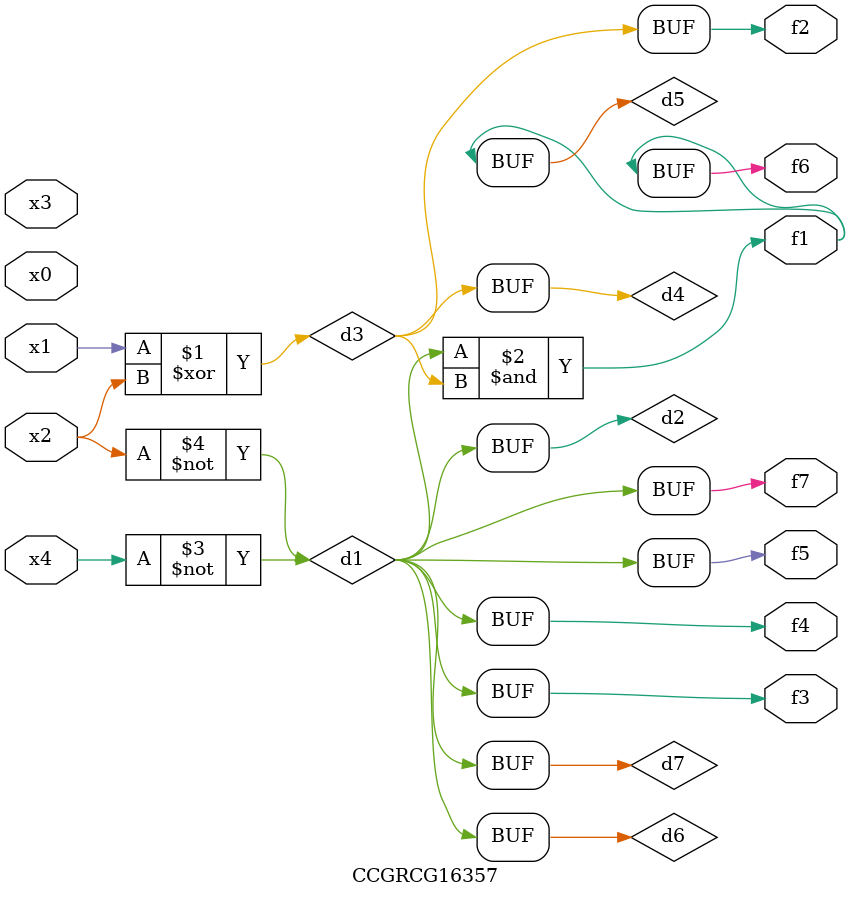
<source format=v>
module CCGRCG16357(
	input x0, x1, x2, x3, x4,
	output f1, f2, f3, f4, f5, f6, f7
);

	wire d1, d2, d3, d4, d5, d6, d7;

	not (d1, x4);
	not (d2, x2);
	xor (d3, x1, x2);
	buf (d4, d3);
	and (d5, d1, d3);
	buf (d6, d1, d2);
	buf (d7, d2);
	assign f1 = d5;
	assign f2 = d4;
	assign f3 = d7;
	assign f4 = d7;
	assign f5 = d7;
	assign f6 = d5;
	assign f7 = d7;
endmodule

</source>
